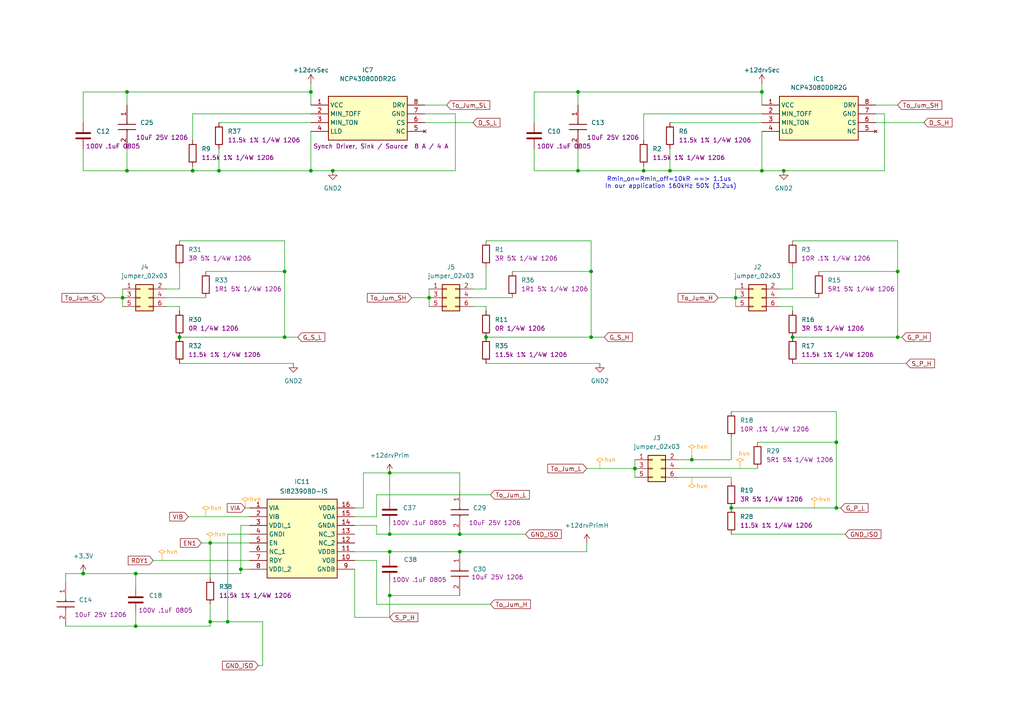
<source format=kicad_sch>
(kicad_sch (version 20250114) (generator "eeschema") (generator_version "9.0")
  (paper "A4")
  (title_block (title "LLC 400V/48V 1200W 100kHz") (date "2025-10-14") (rev "5") (company "Abdelaziz BOUZIANI"))
  (lib_symbols
    (symbol "Connector_Generic:Conn_02x03_Odd_Even" (pin_names (offset 1.016) (hide yes))
      (property "Reference" "J" (at 1.27 5.08 0))
      (property "Value" "Conn_02x03_Odd_Even" (at 1.27 -5.08 0))
      (symbol "Conn_02x03_Odd_Even_1_1"
        (rectangle (start -1.27 3.81) (end 3.81 -3.81) (stroke (width 0.254)) (fill (type background)))
        (rectangle (start -1.27 2.667) (end 0 2.413) (stroke (width 0.1524)))
        (rectangle (start -1.27 0.127) (end 0 -0.127) (stroke (width 0.1524)))
        (rectangle (start -1.27 -2.413) (end 0 -2.667) (stroke (width 0.1524)))
        (rectangle (start 3.81 2.667) (end 2.54 2.413) (stroke (width 0.1524)))
        (rectangle (start 3.81 0.127) (end 2.54 -0.127) (stroke (width 0.1524)))
        (rectangle (start 3.81 -2.413) (end 2.54 -2.667) (stroke (width 0.1524)))
        (pin passive line (at -5.08 2.54 0) (length 3.81) (name "Pin_1") (number "1"))
        (pin passive line (at -5.08 0 0) (length 3.81) (name "Pin_3") (number "3"))
        (pin passive line (at -5.08 -2.54 0) (length 3.81) (name "Pin_5") (number "5"))
        (pin passive line (at 7.62 2.54 180) (length 3.81) (name "Pin_2") (number "2"))
        (pin passive line (at 7.62 0 180) (length 3.81) (name "Pin_4") (number "4"))
        (pin passive line (at 7.62 -2.54 180) (length 3.81) (name "Pin_6") (number "6"))
      )
    )
    (symbol "Device:C" (pin_numbers (hide yes)) (pin_names (offset 0.254))
      (property "Reference" "C" (at 0.635 2.54 0))
      (property "Value" "C" (at 0.635 -2.54 0))
      (symbol "C_0_1"
        (polyline (pts (xy -2.032 0.762) (xy 2.032 0.762)) (stroke (width 0.508)))
        (polyline (pts (xy -2.032 -0.762) (xy 2.032 -0.762)) (stroke (width 0.508)))
      )
      (symbol "C_1_1"
        (pin passive line (at 0 3.81 270) (length 2.794) (name "~") (number "1"))
        (pin passive line (at 0 -3.81 90) (length 2.794) (name "~") (number "2"))
      )
    )
    (symbol "Device:R" (pin_numbers (hide yes)) (pin_names (offset 0))
      (property "Reference" "R" (at 2.032 0 90))
      (property "Value" "R" (at 0 0 90))
      (symbol "R_0_1"
        (rectangle (start -1.016 -2.54) (end 1.016 2.54) (stroke (width 0.254)))
      )
      (symbol "R_1_1"
        (pin passive line (at 0 3.81 270) (length 1.27) (name "~") (number "1"))
        (pin passive line (at 0 -3.81 90) (length 1.27) (name "~") (number "2"))
      )
    )
    (symbol "GRM31CR71E106KA12K:GRM31CR71E106KA12K" (pin_names (hide yes))
      (property "Reference" "C" (at 8.89 6.35 0))
      (property "Value" "GRM31CR71E106KA12K" (at 8.89 3.81 0))
      (symbol "GRM31CR71E106KA12K_1_1"
        (polyline (pts (xy 5.08 0) (xy 5.588 0)) (stroke (width 0.254)))
        (polyline (pts (xy 5.588 2.54) (xy 5.588 -2.54)) (stroke (width 0.254)))
        (polyline (pts (xy 7.112 2.54) (xy 7.112 -2.54)) (stroke (width 0.254)))
        (polyline (pts (xy 7.112 0) (xy 7.62 0)) (stroke (width 0.254)))
        (pin passive line (at 0 0 0) (length 5.08) (name "1") (number "1"))
        (pin passive line (at 12.7 0 180) (length 5.08) (name "2") (number "2"))
      )
    )
    (symbol "NCP43080ADR2G:NCP43080ADR2G"
      (property "Reference" "IC" (at 29.21 7.62 0))
      (property "Value" "NCP43080ADR2G" (at 29.21 5.08 0))
      (symbol "NCP43080ADR2G_1_1"
        (rectangle (start 5.08 2.54) (end 27.94 -10.16) (stroke (width 0.254)) (fill (type background)))
        (pin passive line (at 0 0 0) (length 5.08) (name "VCC") (number "1"))
        (pin passive line (at 0 -2.54 0) (length 5.08) (name "MIN_TOFF") (number "2"))
        (pin passive line (at 0 -5.08 0) (length 5.08) (name "MIN_TON") (number "3"))
        (pin passive line (at 0 -7.62 0) (length 5.08) (name "LLD") (number "4"))
        (pin passive line (at 33.02 0 180) (length 5.08) (name "DRV") (number "8"))
        (pin passive line (at 33.02 -2.54 180) (length 5.08) (name "GND") (number "7"))
        (pin passive line (at 33.02 -5.08 180) (length 5.08) (name "CS") (number "6"))
        (pin no_connect line (at 33.02 -7.62 180) (length 5.08) (name "NC") (number "5"))
      )
    )
    (symbol "SI82390BD-IS:SI82390BD-IS"
      (property "Reference" "IC" (at 26.67 7.62 0))
      (property "Value" "SI82390BD-IS" (at 26.67 5.08 0))
      (symbol "SI82390BD-IS_1_1"
        (rectangle (start 5.08 2.54) (end 25.4 -20.32) (stroke (width 0.254)) (fill (type background)))
        (pin passive line (at 0 0 0) (length 5.08) (name "VIA") (number "1"))
        (pin passive line (at 0 -2.54 0) (length 5.08) (name "VIB") (number "2"))
        (pin passive line (at 0 -5.08 0) (length 5.08) (name "VDDI_1") (number "3"))
        (pin passive line (at 0 -7.62 0) (length 5.08) (name "GNDI") (number "4"))
        (pin passive line (at 0 -10.16 0) (length 5.08) (name "EN") (number "5"))
        (pin passive line (at 0 -12.7 0) (length 5.08) (name "NC_1") (number "6"))
        (pin passive line (at 0 -15.24 0) (length 5.08) (name "RDY") (number "7"))
        (pin passive line (at 0 -17.78 0) (length 5.08) (name "VDDI_2") (number "8"))
        (pin passive line (at 30.48 0 180) (length 5.08) (name "VDDA") (number "16"))
        (pin passive line (at 30.48 -2.54 180) (length 5.08) (name "VOA") (number "15"))
        (pin passive line (at 30.48 -5.08 180) (length 5.08) (name "GNDA") (number "14"))
        (pin passive line (at 30.48 -7.62 180) (length 5.08) (name "NC_3") (number "13"))
        (pin passive line (at 30.48 -10.16 180) (length 5.08) (name "NC_2") (number "12"))
        (pin passive line (at 30.48 -12.7 180) (length 5.08) (name "VDDB") (number "11"))
        (pin passive line (at 30.48 -15.24 180) (length 5.08) (name "VOB") (number "10"))
        (pin passive line (at 30.48 -17.78 180) (length 5.08) (name "GNDB") (number "9"))
      )
    )
    (symbol "power:+12V" (power) (pin_numbers (hide yes)) (pin_names (offset 0) (hide yes))
      (property "Value" "+12V" (at 0 3.556 0))
      (symbol "+12V_0_1"
        (polyline (pts (xy -0.762 1.27) (xy 0 2.54)))
        (polyline (pts (xy 0 2.54) (xy 0.762 1.27)))
        (polyline (pts (xy 0 0) (xy 0 2.54)))
      )
      (symbol "+12V_1_1"
        (pin power_in line (at 0 0 90) (length 0) (name "~") (number "1"))
      )
    )
    (symbol "power:+5V" (power) (pin_numbers (hide yes)) (pin_names (offset 0) (hide yes))
      (property "Value" "+5V" (at 0 3.556 0))
      (symbol "+5V_0_1"
        (polyline (pts (xy -0.762 1.27) (xy 0 2.54)))
        (polyline (pts (xy 0 2.54) (xy 0.762 1.27)))
        (polyline (pts (xy 0 0) (xy 0 2.54)))
      )
      (symbol "+5V_1_1"
        (pin power_in line (at 0 0 90) (length 0) (name "~") (number "1"))
      )
    )
    (symbol "power:GND2" (power) (pin_numbers (hide yes)) (pin_names (offset 0) (hide yes))
      (property "Value" "GND2" (at 0 -3.81 0))
      (symbol "GND2_0_1"
        (polyline (pts (xy 0 0) (xy 0 -1.27) (xy 1.27 -1.27) (xy 0 -2.54) (xy -1.27 -1.27) (xy 0 -1.27)))
      )
      (symbol "GND2_1_1"
        (pin power_in line (at 0 0 270) (length 0) (name "~") (number "1"))
      )
    )
  )
  (text "Rmin_on=Rmin_off=10kR ==> 1.1us \nIn our application 160kHz 50% (3.2us)" (at 194.564 53.086 0) (effects (font (size 1.27 1.27))))
  (junction (at 140.97 97.79))
  (junction (at 39.37 181.61))
  (junction (at 66.04 180.34))
  (junction (at 220.98 26.67))
  (junction (at 35.56 86.36))
  (junction (at 82.55 78.74))
  (junction (at 52.07 97.79))
  (junction (at 113.03 172.72))
  (junction (at 36.83 26.67))
  (junction (at 39.37 166.37))
  (junction (at 242.57 128.27))
  (junction (at 69.85 165.1))
  (junction (at 82.55 97.79))
  (junction (at 260.35 97.79))
  (junction (at 200.66 133.35))
  (junction (at 133.35 160.02))
  (junction (at 186.69 49.53))
  (junction (at 133.35 154.94))
  (junction (at 24.13 166.37))
  (junction (at 184.15 135.89))
  (junction (at 60.96 180.34))
  (junction (at 63.5 49.53))
  (junction (at 220.98 49.53))
  (junction (at 90.17 49.53))
  (junction (at 260.35 78.74))
  (junction (at 55.88 49.53))
  (junction (at 96.52 49.53))
  (junction (at 194.31 49.53))
  (junction (at 36.83 49.53))
  (junction (at 167.64 49.53))
  (junction (at 90.17 26.67))
  (junction (at 213.36 86.36))
  (junction (at 171.45 97.79))
  (junction (at 113.03 137.16))
  (junction (at 124.46 86.36))
  (junction (at 113.03 160.02))
  (junction (at 227.33 49.53))
  (junction (at 171.45 78.74))
  (junction (at 113.03 154.94))
  (junction (at 167.64 26.67))
  (junction (at 60.96 157.48))
  (junction (at 229.87 97.79))
  (junction (at 242.57 147.32))
  (junction (at 212.09 147.32))
  (wire (pts (xy 229.87 83.82) (xy 226.06 83.82)))
  (wire (pts (xy 123.19 33.02) (xy 132.08 33.02)))
  (wire (pts (xy 154.94 26.67) (xy 154.94 35.56)))
  (wire (pts (xy 237.49 78.74) (xy 260.35 78.74)))
  (wire (pts (xy 213.36 83.82) (xy 213.36 86.36)))
  (wire (pts (xy 220.98 26.67) (xy 220.98 30.48)))
  (wire (pts (xy 113.03 137.16) (xy 113.03 144.78)))
  (wire (pts (xy 109.22 175.26) (xy 109.22 162.56)))
  (wire (pts (xy 200.66 132.08) (xy 200.66 133.35)))
  (wire (pts (xy 254 35.56) (xy 267.97 35.56)))
  (wire (pts (xy 137.16 88.9) (xy 140.97 88.9)))
  (wire (pts (xy 227.33 49.53) (xy 256.54 49.53)))
  (wire (pts (xy 39.37 181.61) (xy 39.37 177.8)))
  (wire (pts (xy 196.85 138.43) (xy 212.09 138.43)))
  (wire (pts (xy 63.5 49.53) (xy 90.17 49.53)))
  (wire (pts (xy 229.87 77.47) (xy 229.87 83.82)))
  (wire (pts (xy 109.22 143.51) (xy 142.24 143.51)))
  (wire (pts (xy 140.97 77.47) (xy 140.97 83.82)))
  (wire (pts (xy 52.07 105.41) (xy 85.09 105.41)))
  (wire (pts (xy 60.96 157.48) (xy 60.96 167.64)))
  (wire (pts (xy 52.07 97.79) (xy 82.55 97.79)))
  (wire (pts (xy 140.97 97.79) (xy 171.45 97.79)))
  (wire (pts (xy 113.03 179.07) (xy 113.03 172.72)))
  (wire (pts (xy 184.15 135.89) (xy 184.15 138.43)))
  (wire (pts (xy 167.64 43.18) (xy 167.64 49.53)))
  (wire (pts (xy 154.94 26.67) (xy 167.64 26.67)))
  (wire (pts (xy 140.97 105.41) (xy 173.99 105.41)))
  (wire (pts (xy 72.39 152.4) (xy 69.85 152.4)))
  (wire (pts (xy 24.13 26.67) (xy 36.83 26.67)))
  (wire (pts (xy 109.22 149.86) (xy 109.22 143.51)))
  (wire (pts (xy 96.52 49.53) (xy 132.08 49.53)))
  (wire (pts (xy 154.94 49.53) (xy 167.64 49.53)))
  (wire (pts (xy 113.03 168.91) (xy 113.03 172.72)))
  (wire (pts (xy 39.37 170.18) (xy 39.37 166.37)))
  (wire (pts (xy 90.17 26.67) (xy 90.17 30.48)))
  (wire (pts (xy 167.64 26.67) (xy 220.98 26.67)))
  (wire (pts (xy 102.87 160.02) (xy 113.03 160.02)))
  (wire (pts (xy 63.5 35.56) (xy 90.17 35.56)))
  (wire (pts (xy 44.45 162.56) (xy 72.39 162.56)))
  (wire (pts (xy 90.17 24.13) (xy 90.17 26.67)))
  (wire (pts (xy 69.85 166.37) (xy 69.85 165.1)))
  (wire (pts (xy 260.35 78.74) (xy 260.35 97.79)))
  (wire (pts (xy 60.96 180.34) (xy 66.04 180.34)))
  (wire (pts (xy 102.87 162.56) (xy 109.22 162.56)))
  (wire (pts (xy 52.07 77.47) (xy 52.07 83.82)))
  (wire (pts (xy 171.45 69.85) (xy 171.45 78.74)))
  (wire (pts (xy 19.05 166.37) (xy 24.13 166.37)))
  (wire (pts (xy 212.09 147.32) (xy 242.57 147.32)))
  (wire (pts (xy 30.48 86.36) (xy 35.56 86.36)))
  (wire (pts (xy 96.52 49.53) (xy 90.17 49.53)))
  (wire (pts (xy 113.03 154.94) (xy 133.35 154.94)))
  (wire (pts (xy 55.88 49.53) (xy 63.5 49.53)))
  (wire (pts (xy 69.85 165.1) (xy 72.39 165.1)))
  (wire (pts (xy 60.96 180.34) (xy 60.96 175.26)))
  (wire (pts (xy 229.87 90.17) (xy 229.87 88.9)))
  (wire (pts (xy 140.97 83.82) (xy 137.16 83.82)))
  (wire (pts (xy 24.13 166.37) (xy 39.37 166.37)))
  (wire (pts (xy 213.36 86.36) (xy 213.36 88.9)))
  (wire (pts (xy 229.87 97.79) (xy 260.35 97.79)))
  (wire (pts (xy 36.83 49.53) (xy 55.88 49.53)))
  (wire (pts (xy 154.94 43.18) (xy 154.94 49.53)))
  (wire (pts (xy 133.35 154.94) (xy 152.4 154.94)))
  (wire (pts (xy 212.09 127) (xy 212.09 133.35)))
  (wire (pts (xy 105.41 137.16) (xy 105.41 147.32)))
  (wire (pts (xy 170.18 135.89) (xy 184.15 135.89)))
  (wire (pts (xy 167.64 26.67) (xy 167.64 30.48)))
  (wire (pts (xy 36.83 26.67) (xy 90.17 26.67)))
  (wire (pts (xy 55.88 40.64) (xy 55.88 33.02)))
  (wire (pts (xy 105.41 137.16) (xy 113.03 137.16)))
  (wire (pts (xy 82.55 69.85) (xy 82.55 78.74)))
  (wire (pts (xy 113.03 152.4) (xy 113.03 154.94)))
  (wire (pts (xy 66.04 180.34) (xy 76.2 180.34)))
  (wire (pts (xy 74.93 193.04) (xy 76.2 193.04)))
  (wire (pts (xy 71.12 147.32) (xy 72.39 147.32)))
  (wire (pts (xy 59.69 78.74) (xy 82.55 78.74)))
  (wire (pts (xy 229.87 105.41) (xy 262.89 105.41)))
  (wire (pts (xy 212.09 154.94) (xy 245.11 154.94)))
  (wire (pts (xy 54.61 149.86) (xy 72.39 149.86)))
  (wire (pts (xy 229.87 69.85) (xy 260.35 69.85)))
  (wire (pts (xy 52.07 69.85) (xy 82.55 69.85)))
  (wire (pts (xy 226.06 88.9) (xy 229.87 88.9)))
  (wire (pts (xy 55.88 48.26) (xy 55.88 49.53)))
  (wire (pts (xy 200.66 133.35) (xy 212.09 133.35)))
  (wire (pts (xy 171.45 97.79) (xy 175.26 97.79)))
  (wire (pts (xy 66.04 154.94) (xy 72.39 154.94)))
  (wire (pts (xy 260.35 97.79) (xy 261.62 97.79)))
  (wire (pts (xy 124.46 83.82) (xy 124.46 86.36)))
  (wire (pts (xy 52.07 90.17) (xy 52.07 88.9)))
  (wire (pts (xy 242.57 147.32) (xy 243.84 147.32)))
  (wire (pts (xy 184.15 133.35) (xy 184.15 135.89)))
  (wire (pts (xy 52.07 83.82) (xy 48.26 83.82)))
  (wire (pts (xy 36.83 26.67) (xy 36.83 30.48)))
  (wire (pts (xy 113.03 160.02) (xy 113.03 161.29)))
  (wire (pts (xy 119.38 86.36) (xy 124.46 86.36)))
  (wire (pts (xy 137.16 86.36) (xy 148.59 86.36)))
  (wire (pts (xy 140.97 69.85) (xy 171.45 69.85)))
  (wire (pts (xy 82.55 97.79) (xy 86.36 97.79)))
  (wire (pts (xy 254 30.48) (xy 260.35 30.48)))
  (wire (pts (xy 19.05 168.91) (xy 19.05 166.37)))
  (wire (pts (xy 171.45 78.74) (xy 171.45 97.79)))
  (wire (pts (xy 186.69 33.02) (xy 220.98 33.02)))
  (wire (pts (xy 123.19 35.56) (xy 137.16 35.56)))
  (wire (pts (xy 194.31 35.56) (xy 220.98 35.56)))
  (wire (pts (xy 35.56 83.82) (xy 35.56 86.36)))
  (wire (pts (xy 167.64 49.53) (xy 186.69 49.53)))
  (wire (pts (xy 24.13 26.67) (xy 24.13 35.56)))
  (wire (pts (xy 76.2 193.04) (xy 76.2 180.34)))
  (wire (pts (xy 194.31 43.18) (xy 194.31 49.53)))
  (wire (pts (xy 113.03 172.72) (xy 133.35 172.72)))
  (wire (pts (xy 55.88 33.02) (xy 90.17 33.02)))
  (wire (pts (xy 132.08 33.02) (xy 132.08 49.53)))
  (wire (pts (xy 113.03 160.02) (xy 133.35 160.02)))
  (wire (pts (xy 109.22 152.4) (xy 109.22 154.94)))
  (wire (pts (xy 19.05 181.61) (xy 39.37 181.61)))
  (wire (pts (xy 109.22 152.4) (xy 102.87 152.4)))
  (wire (pts (xy 220.98 38.1) (xy 220.98 49.53)))
  (wire (pts (xy 39.37 166.37) (xy 69.85 166.37)))
  (wire (pts (xy 60.96 181.61) (xy 60.96 180.34)))
  (wire (pts (xy 220.98 24.13) (xy 220.98 26.67)))
  (wire (pts (xy 39.37 181.61) (xy 60.96 181.61)))
  (wire (pts (xy 35.56 86.36) (xy 35.56 88.9)))
  (wire (pts (xy 242.57 128.27) (xy 242.57 147.32)))
  (wire (pts (xy 48.26 88.9) (xy 52.07 88.9)))
  (wire (pts (xy 256.54 33.02) (xy 256.54 49.53)))
  (wire (pts (xy 212.09 119.38) (xy 242.57 119.38)))
  (wire (pts (xy 200.66 133.35) (xy 196.85 133.35)))
  (wire (pts (xy 227.33 49.53) (xy 220.98 49.53)))
  (wire (pts (xy 194.31 49.53) (xy 220.98 49.53)))
  (wire (pts (xy 102.87 165.1) (xy 102.87 179.07)))
  (wire (pts (xy 109.22 175.26) (xy 142.24 175.26)))
  (wire (pts (xy 186.69 49.53) (xy 194.31 49.53)))
  (wire (pts (xy 186.69 40.64) (xy 186.69 33.02)))
  (wire (pts (xy 66.04 154.94) (xy 66.04 180.34)))
  (wire (pts (xy 133.35 137.16) (xy 133.35 142.24)))
  (wire (pts (xy 242.57 119.38) (xy 242.57 128.27)))
  (wire (pts (xy 208.28 86.36) (xy 213.36 86.36)))
  (wire (pts (xy 102.87 149.86) (xy 109.22 149.86)))
  (wire (pts (xy 140.97 90.17) (xy 140.97 88.9)))
  (wire (pts (xy 212.09 138.43) (xy 212.09 139.7)))
  (wire (pts (xy 186.69 48.26) (xy 186.69 49.53)))
  (wire (pts (xy 254 33.02) (xy 256.54 33.02)))
  (wire (pts (xy 260.35 69.85) (xy 260.35 78.74)))
  (wire (pts (xy 133.35 160.02) (xy 170.18 160.02)))
  (wire (pts (xy 226.06 86.36) (xy 237.49 86.36)))
  (wire (pts (xy 24.13 43.18) (xy 24.13 49.53)))
  (wire (pts (xy 219.71 128.27) (xy 242.57 128.27)))
  (wire (pts (xy 170.18 160.02) (xy 170.18 157.48)))
  (wire (pts (xy 58.42 157.48) (xy 60.96 157.48)))
  (wire (pts (xy 109.22 154.94) (xy 113.03 154.94)))
  (wire (pts (xy 102.87 179.07) (xy 113.03 179.07)))
  (wire (pts (xy 113.03 137.16) (xy 133.35 137.16)))
  (wire (pts (xy 82.55 78.74) (xy 82.55 97.79)))
  (wire (pts (xy 48.26 86.36) (xy 59.69 86.36)))
  (wire (pts (xy 24.13 49.53) (xy 36.83 49.53)))
  (wire (pts (xy 60.96 157.48) (xy 72.39 157.48)))
  (wire (pts (xy 63.5 43.18) (xy 63.5 49.53)))
  (wire (pts (xy 90.17 38.1) (xy 90.17 49.53)))
  (wire (pts (xy 102.87 147.32) (xy 105.41 147.32)))
  (wire (pts (xy 148.59 78.74) (xy 171.45 78.74)))
  (wire (pts (xy 123.19 30.48) (xy 129.54 30.48)))
  (wire (pts (xy 36.83 43.18) (xy 36.83 49.53)))
  (wire (pts (xy 196.85 135.89) (xy 219.71 135.89)))
  (wire (pts (xy 69.85 152.4) (xy 69.85 165.1)))
  (wire (pts (xy 124.46 86.36) (xy 124.46 88.9)))
  (global_label "To_Jum_H" (shape input) (at 142.24 175.26 0) (property "Intersheetrefs" "${INTERSHEET_REFS}" (effects (hide yes))))
  (global_label "To_Jum_SL" (shape input) (at 30.48 86.36 180) (property "Intersheetrefs" "${INTERSHEET_REFS}" (effects (hide yes))))
  (global_label "To_Jum_SH" (shape input) (at 260.35 30.48 0) (property "Intersheetrefs" "${INTERSHEET_REFS}" (effects (hide yes))))
  (global_label "G_S_L" (shape input) (at 86.36 97.79 0) (property "Intersheetrefs" "${INTERSHEET_REFS}" (effects (hide yes))))
  (global_label "To_Jum_SL" (shape input) (at 129.54 30.48 0) (property "Intersheetrefs" "${INTERSHEET_REFS}" (effects (hide yes))))
  (global_label "S_P_H" (shape input) (at 113.03 179.07 0) (property "Intersheetrefs" "${INTERSHEET_REFS}" (effects (hide yes))))
  (global_label "D_S_L" (shape input) (at 137.16 35.56 0) (property "Intersheetrefs" "${INTERSHEET_REFS}" (effects (hide yes))))
  (global_label "G_P_L" (shape input) (at 243.84 147.32 0) (property "Intersheetrefs" "${INTERSHEET_REFS}" (effects (hide yes))))
  (global_label "RDY1" (shape input) (at 44.45 162.56 180) (property "Intersheetrefs" "${INTERSHEET_REFS}" (effects (hide yes))))
  (global_label "S_P_H" (shape input) (at 262.89 105.41 0) (property "Intersheetrefs" "${INTERSHEET_REFS}" (effects (hide yes))))
  (global_label "G_P_H" (shape input) (at 261.62 97.79 0) (property "Intersheetrefs" "${INTERSHEET_REFS}" (effects (hide yes))))
  (global_label "G_S_H" (shape input) (at 175.26 97.79 0) (property "Intersheetrefs" "${INTERSHEET_REFS}" (effects (hide yes))))
  (global_label "To_Jum_H" (shape input) (at 208.28 86.36 180) (property "Intersheetrefs" "${INTERSHEET_REFS}" (effects (hide yes))))
  (global_label "To_Jum_L" (shape input) (at 170.18 135.89 180) (property "Intersheetrefs" "${INTERSHEET_REFS}" (effects (hide yes))))
  (global_label "GND_ISO" (shape input) (at 152.4 154.94 0) (property "Intersheetrefs" "${INTERSHEET_REFS}" (effects (hide yes))))
  (global_label "D_S_H" (shape input) (at 267.97 35.56 0) (property "Intersheetrefs" "${INTERSHEET_REFS}" (effects (hide yes))))
  (global_label "To_Jum_SH" (shape input) (at 119.38 86.36 180) (property "Intersheetrefs" "${INTERSHEET_REFS}" (effects (hide yes))))
  (global_label "VIB" (shape input) (at 54.61 149.86 180) (property "Intersheetrefs" "${INTERSHEET_REFS}" (effects (hide yes))))
  (global_label "GND_ISO" (shape input) (at 74.93 193.04 180) (property "Intersheetrefs" "${INTERSHEET_REFS}" (effects (hide yes))))
  (global_label "VIA" (shape input) (at 71.12 147.32 180) (property "Intersheetrefs" "${INTERSHEET_REFS}" (effects (hide yes))))
  (global_label "EN1" (shape input) (at 58.42 157.48 180) (property "Intersheetrefs" "${INTERSHEET_REFS}" (effects (hide yes))))
  (global_label "GND_ISO" (shape input) (at 245.11 154.94 0) (property "Intersheetrefs" "${INTERSHEET_REFS}" (effects (hide yes))))
  (global_label "To_Jum_L" (shape input) (at 142.24 143.51 0) (property "Intersheetrefs" "${INTERSHEET_REFS}" (effects (hide yes))))
  (netclass_flag "" (length 2.54) (shape diamond) (at 214.63 135.89 0) (property "Netclass" "hvn" (at 214.122 131.572 0) (effects (justify left))))
  (netclass_flag "" (length 2.54) (shape diamond) (at 200.66 138.43 180) (property "Netclass" "hvn" (at 201.8665 140.97 0) (effects (justify left))))
  (netclass_flag "" (length 2.54) (shape diamond) (at 200.66 132.08 0) (property "Netclass" "hvn" (at 201.8665 129.54 0) (effects (justify left))))
  (netclass_flag "" (length 2.54) (shape diamond) (at 46.99 162.56 0) (property "Netclass" "hvn" (at 48.1965 160.02 0) (effects (justify left))))
  (netclass_flag "" (length 2.54) (shape diamond) (at 71.12 147.32 0) (property "Netclass" "hvn" (at 72.3265 144.78 0) (effects (justify left))))
  (netclass_flag "" (length 2.54) (shape diamond) (at 60.96 157.48 0) (property "Netclass" "hvn" (at 62.1665 154.94 0) (effects (justify left))))
  (netclass_flag "" (length 2.54) (shape diamond) (at 236.22 147.32 0) (property "Netclass" "hvn" (at 237.4265 144.78 0) (effects (justify left))))
  (netclass_flag "" (length 2.54) (shape diamond) (at 59.69 149.86 0) (property "Netclass" "hvn" (at 60.8965 147.32 0) (effects (justify left))))
  (netclass_flag "" (length 2.54) (shape diamond) (at 173.99 135.89 0) (property "Netclass" "hvn" (at 175.1965 133.35 0) (effects (justify left))))
  (symbol (lib_id "Device:R") (at 229.87 93.98 0) (unit 1)
    (property "Reference" "R16" (at 232.41 92.7099 0) (effects (justify left)))
    (property "Value" "KTR18EZPJ3R0" (effects (hide yes)))
    (property "Footprint" "Resistor_SMD:R_1206_3216Metric" (effects (hide yes)))
    (property "Datasheet" "https://fscdn.rohm.com/en/products/databook/datasheet/passive/resistor/chip_resistor/ktr-e.pdf" (effects (hide yes)))
    (property "Description" "3R 5% 1/4W 1206" (at 232.41 95.2499 0) (effects (justify left)))
    (property "Mouser Part Number" "755-KTR18EZPJ3R0" (effects (hide yes)))
    (property "Manufacturer_Name  " "ROHM Semiconductor" (effects (hide yes)))
    (property "Manufacturer_Part_Number " "KTR18EZPJ3R0" (effects (hide yes)))
  )
  (symbol (lib_id "Device:R") (at 52.07 93.98 0) (unit 1)
    (property "Reference" "R30" (at 54.61 92.7099 0) (effects (justify left)))
    (property "Value" "CRCW12060000Z0EAC" (effects (hide yes)))
    (property "Footprint" "Resistor_SMD:R_1206_3216Metric" (effects (hide yes)))
    (property "Datasheet" "https://www.vishay.com/docs/28773/crcwce3.pdf" (effects (hide yes)))
    (property "Description" "0R 1/4W 1206" (at 54.61 95.2499 0) (effects (justify left)))
    (property "Mouser Part Number" "71-CRCW12060000Z0EAC" (effects (hide yes)))
    (property "Manufacturer_Name  " "Vishay" (effects (hide yes)))
    (property "Manufacturer_Part_Number " "CRCW12060000Z0EAC" (effects (hide yes)))
  )
  (symbol (lib_id "Device:R") (at 237.49 82.55 0) (unit 1)
    (property "Reference" "R15" (at 240.03 81.2799 0) (effects (justify left)))
    (property "Value" "M251206BB5108JP500" (effects (hide yes)))
    (property "Footprint" "Resistor_SMD:R_1206_3216Metric" (effects (hide yes)))
    (property "Datasheet" "https://www.vishay.com/doc?20031" (effects (hide yes)))
    (property "Description" "5R1 5% 1/4W 1206" (at 240.03 83.8199 0) (effects (justify left)))
    (property "Mouser Part Number" "71-M251206BB5108JP50" (effects (hide yes)))
    (property "Manufacturer_Name  " "Vishay / Dale" (effects (hide yes)))
    (property "Manufacturer_Part_Number " "M251206BB5108JP500" (effects (hide yes)))
  )
  (symbol (lib_id "Device:R") (at 212.09 143.51 0) (unit 1)
    (property "Reference" "R19" (at 214.63 142.2399 0) (effects (justify left)))
    (property "Value" "KTR18EZPJ3R0" (effects (hide yes)))
    (property "Footprint" "Resistor_SMD:R_1206_3216Metric" (effects (hide yes)))
    (property "Datasheet" "https://fscdn.rohm.com/en/products/databook/datasheet/passive/resistor/chip_resistor/ktr-e.pdf" (effects (hide yes)))
    (property "Description" "3R 5% 1/4W 1206" (at 214.63 144.7799 0) (effects (justify left)))
    (property "Mouser Part Number" "755-KTR18EZPJ3R0" (effects (hide yes)))
    (property "Manufacturer_Name  " "ROHM Semiconductor" (effects (hide yes)))
    (property "Manufacturer_Part_Number " "KTR18EZPJ3R0" (effects (hide yes)))
  )
  (symbol (lib_id "GRM31CR71E106KA12K:GRM31CR71E106KA12K") (at 133.35 142.24 270) (unit 1)
    (property "Reference" "C29" (at 137.16 147.3199 90) (effects (justify left)))
    (property "Value" "GRM31CR71E106KA12K" (effects (hide yes)))
    (property "Footprint" "GRM31CR71E106KA12K:GRM31x" (effects (hide yes)))
    (property "Datasheet" "https://search.murata.co.jp/Ceramy/image/img/A01X/G101/ENG/GRM31CR71E106KA12-01CA.pdf" (effects (hide yes)))
    (property "Description" "10uF 25V 1206" (at 143.51 151.638 90))
    (property "Height" "1.25" (effects (hide yes)))
    (property "Mouser Part Number" "81-GRM31CR71E106KA2K" (effects (hide yes)))
    (property "Mouser Price/Stock" "https://www.mouser.co.uk/ProductDetail/Murata-Electronics/GRM31CR71E106KA12K?qs=raY79WRVTyM6xGVExNjdaw%3D%3D" (effects (hide yes)))
    (property "Manufacturer_Name" "Murata Electronics" (effects (hide yes)))
    (property "Manufacturer_Part_Number" "GRM31CR71E106KA12K" (effects (hide yes)))
  )
  (symbol (lib_id "Device:R") (at 148.59 82.55 0) (unit 1)
    (property "Reference" "R36" (at 151.13 81.2799 0) (effects (justify left)))
    (property "Value" "RC1206JR-071R1L" (effects (hide yes)))
    (property "Footprint" "Resistor_SMD:R_1206_3216Metric" (effects (hide yes)))
    (property "Datasheet" "https://www.mouser.fr/datasheet/3/508/1/PYu-RC_Group_51_RoHS_L_12.pdf" (effects (hide yes)))
    (property "Description" "1R1 5% 1/4W 1206" (at 151.13 83.8199 0) (effects (justify left)))
    (property "Mouser Part Number" "603-RC1206JR-071R1L" (effects (hide yes)))
    (property "Manufacturer_Name  " "YAGEO" (effects (hide yes)))
    (property "Manufacturer_Part_Number " "RC1206JR-071R1L" (effects (hide yes)))
  )
  (symbol (lib_id "Device:C") (at 154.94 39.37 0) (unit 1)
    (property "Reference" "C10" (at 158.75 38.0999 0) (effects (justify left)))
    (property "Value" "SH21B104K101CT" (effects (hide yes)))
    (property "Footprint" "Capacitor_SMD:C_0805_2012Metric" (effects (hide yes)))
    (property "Datasheet" "https://www.mouser.fr/datasheet/3/317/1/WTC_MLCC_Soft_term_SH.pdf" (effects (hide yes)))
    (property "Description" "100V .1uF 0805" (at 163.576 42.418 0))
    (property "Manufacturer_Name" "Walsin" (effects (hide yes)))
    (property "Manufacturer_Part_Number " "SH21B104K101CT" (effects (hide yes)))
    (property "Mouser Part Number" "791-SH21B104K101CT" (effects (hide yes)))
  )
  (symbol (lib_id "Device:R") (at 140.97 101.6 0) (unit 1)
    (property "Reference" "R35" (at 143.51 100.3299 0) (effects (justify left)))
    (property "Value" "RC1206FR-0711K5L" (effects (hide yes)))
    (property "Footprint" "Resistor_SMD:R_1206_3216Metric" (effects (hide yes)))
    (property "Datasheet" "www.mouser.com/catalog/specsheets/YAGEO_PYu_RC_Group_51_RoHS_L_12.pdf" (effects (hide yes)))
    (property "Description" "11.5k 1% 1/4W 1206" (at 143.51 102.8699 0) (effects (justify left)))
    (property "Mouser Part Number" "603-RC1206FR-0711K5L" (effects (hide yes)))
    (property "Manufacturer_Name  " "YAGEO" (effects (hide yes)))
    (property "Manufacturer_Part_Number " "RC1206FR-0711K5L" (effects (hide yes)))
  )
  (symbol (lib_id "GRM31CR71E106KA12K:GRM31CR71E106KA12K") (at 133.35 160.02 270) (unit 1)
    (property "Reference" "C30" (at 137.16 165.0999 90) (effects (justify left)))
    (property "Value" "GRM31CR71E106KA12K" (effects (hide yes)))
    (property "Footprint" "GRM31CR71E106KA12K:GRM31x" (effects (hide yes)))
    (property "Datasheet" "https://search.murata.co.jp/Ceramy/image/img/A01X/G101/ENG/GRM31CR71E106KA12-01CA.pdf" (effects (hide yes)))
    (property "Description" "10uF 25V 1206" (at 144.272 167.386 90))
    (property "Height" "1.25" (effects (hide yes)))
    (property "Mouser Part Number" "81-GRM31CR71E106KA2K" (effects (hide yes)))
    (property "Mouser Price/Stock" "https://www.mouser.co.uk/ProductDetail/Murata-Electronics/GRM31CR71E106KA12K?qs=raY79WRVTyM6xGVExNjdaw%3D%3D" (effects (hide yes)))
    (property "Manufacturer_Name" "Murata Electronics" (effects (hide yes)))
    (property "Manufacturer_Part_Number" "GRM31CR71E106KA12K" (effects (hide yes)))
  )
  (symbol (lib_id "Device:R") (at 229.87 101.6 0) (unit 1)
    (property "Reference" "R17" (at 232.41 100.3299 0) (effects (justify left)))
    (property "Value" "RC1206FR-0711K5L" (effects (hide yes)))
    (property "Footprint" "Resistor_SMD:R_1206_3216Metric" (effects (hide yes)))
    (property "Datasheet" "www.mouser.com/catalog/specsheets/YAGEO_PYu_RC_Group_51_RoHS_L_12.pdf" (effects (hide yes)))
    (property "Description" "11.5k 1% 1/4W 1206" (at 232.41 102.8699 0) (effects (justify left)))
    (property "Mouser Part Number" "603-RC1206FR-0711K5L" (effects (hide yes)))
    (property "Manufacturer_Name  " "YAGEO" (effects (hide yes)))
    (property "Manufacturer_Part_Number " "RC1206FR-0711K5L" (effects (hide yes)))
  )
  (symbol (lib_id "power:+12V") (at 220.98 24.13 0) (unit 1)
    (property "Reference" "#PWR011" (effects (hide yes)))
    (property "Value" "+12drvSec" (at 220.98 20.32 0))
    (property "Description" "Power symbol creates a global label with name \"+12V\"" (effects (hide yes)))
  )
  (symbol (lib_id "Device:R") (at 212.09 123.19 0) (unit 1)
    (property "Reference" "R18" (at 214.63 121.9199 0) (effects (justify left)))
    (property "Value" "RNCE1206BTE10R0" (effects (hide yes)))
    (property "Footprint" "Resistor_SMD:R_1206_3216Metric" (effects (hide yes)))
    (property "Datasheet" "https://www.mouser.fr/datasheet/3/1099/1/SEI-RNCE.pdf" (effects (hide yes)))
    (property "Description" "10R .1% 1/4W 1206" (at 214.63 124.4599 0) (effects (justify left)))
    (property "Mouser Part Number" "708-RNCE1206BTE10R0" (effects (hide yes)))
    (property "Manufacturer_Name  " "SEI Stackpole" (effects (hide yes)))
    (property "Manufacturer_Part_Number " "RNCE1206BTE10R0" (effects (hide yes)))
  )
  (symbol (lib_id "Device:R") (at 63.5 39.37 0) (unit 1)
    (property "Reference" "R37" (at 66.04 38.0999 0) (effects (justify left)))
    (property "Value" "RC1206FR-0711K5L" (effects (hide yes)))
    (property "Footprint" "Resistor_SMD:R_1206_3216Metric" (effects (hide yes)))
    (property "Datasheet" "www.mouser.com/catalog/specsheets/YAGEO_PYu_RC_Group_51_RoHS_L_12.pdf" (effects (hide yes)))
    (property "Description" "11.5k 1% 1/4W 1206" (at 66.04 40.6399 0) (effects (justify left)))
    (property "Mouser Part Number" "603-RC1206FR-0711K5L" (effects (hide yes)))
    (property "Manufacturer_Name  " "YAGEO" (effects (hide yes)))
    (property "Manufacturer_Part_Number " "RC1206FR-0711K5L" (effects (hide yes)))
  )
  (symbol (lib_id "power:+12V") (at 90.17 24.13 0) (unit 1)
    (property "Reference" "#PWR013" (effects (hide yes)))
    (property "Value" "+12drvSec" (at 90.17 20.32 0))
    (property "Description" "Power symbol creates a global label with name \"+12V\"" (effects (hide yes)))
  )
  (symbol (lib_id "GRM31CR71E106KA12K:GRM31CR71E106KA12K") (at 167.64 30.48 270) (unit 1)
    (property "Reference" "C13" (at 171.45 35.5599 90) (effects (justify left)))
    (property "Value" "GRM31CR71E106KA12K" (effects (hide yes)))
    (property "Footprint" "GRM31CR71E106KA12K:GRM31x" (effects (hide yes)))
    (property "Datasheet" "https://search.murata.co.jp/Ceramy/image/img/A01X/G101/ENG/GRM31CR71E106KA12-01CA.pdf" (effects (hide yes)))
    (property "Description" "10uF 25V 1206" (at 177.8 39.878 90))
    (property "Height" "1.25" (effects (hide yes)))
    (property "Mouser Part Number" "81-GRM31CR71E106KA2K" (effects (hide yes)))
    (property "Mouser Price/Stock" "https://www.mouser.co.uk/ProductDetail/Murata-Electronics/GRM31CR71E106KA12K?qs=raY79WRVTyM6xGVExNjdaw%3D%3D" (effects (hide yes)))
    (property "Manufacturer_Name" "Murata Electronics" (effects (hide yes)))
    (property "Manufacturer_Part_Number" "GRM31CR71E106KA12K" (effects (hide yes)))
  )
  (symbol (lib_id "Device:C") (at 39.37 173.99 0) (unit 1)
    (property "Reference" "C18" (at 43.18 172.7199 0) (effects (justify left)))
    (property "Value" "SH21B104K101CT" (effects (hide yes)))
    (property "Footprint" "Capacitor_SMD:C_0805_2012Metric" (effects (hide yes)))
    (property "Datasheet" "https://www.mouser.fr/datasheet/3/317/1/WTC_MLCC_Soft_term_SH.pdf" (effects (hide yes)))
    (property "Description" "100V .1uF 0805" (at 48.006 177.038 0))
    (property "Manufacturer_Name" "Walsin" (effects (hide yes)))
    (property "Manufacturer_Part_Number " "SH21B104K101CT" (effects (hide yes)))
    (property "Mouser Part Number" "791-SH21B104K101CT" (effects (hide yes)))
  )
  (symbol (lib_id "power:+12V") (at 113.03 137.16 0) (unit 1)
    (property "Reference" "#PWR040" (effects (hide yes)))
    (property "Value" "+12drvPrim" (at 113.03 132.08 0))
    (property "Description" "Power symbol creates a global label with name \"+12V\"" (effects (hide yes)))
  )
  (symbol (lib_id "Device:R") (at 219.71 132.08 0) (unit 1)
    (property "Reference" "R29" (at 222.25 130.8099 0) (effects (justify left)))
    (property "Value" "M251206BB5108JP500" (effects (hide yes)))
    (property "Footprint" "Resistor_SMD:R_1206_3216Metric" (effects (hide yes)))
    (property "Datasheet" "https://www.vishay.com/doc?20031" (effects (hide yes)))
    (property "Description" "5R1 5% 1/4W 1206" (at 222.25 133.3499 0) (effects (justify left)))
    (property "Mouser Part Number" "71-M251206BB5108JP50" (effects (hide yes)))
    (property "Manufacturer_Name  " "Vishay / Dale" (effects (hide yes)))
    (property "Manufacturer_Part_Number " "M251206BB5108JP500" (effects (hide yes)))
  )
  (symbol (lib_id "Device:R") (at 52.07 73.66 0) (unit 1)
    (property "Reference" "R31" (at 54.61 72.3899 0) (effects (justify left)))
    (property "Value" "KTR18EZPJ3R0" (effects (hide yes)))
    (property "Footprint" "Resistor_SMD:R_1206_3216Metric" (effects (hide yes)))
    (property "Datasheet" "https://www.rohm.com/datasheet?p=KTR18EZPJ&dist=Mouser&media=referral&source=mouser.com&campaign=Mouser" (effects (hide yes)))
    (property "Description" "3R 5% 1/4W 1206" (at 54.61 74.9299 0) (effects (justify left)))
    (property "Mouser Part Number" "755-KTR18EZPJ3R0" (effects (hide yes)))
    (property "Manufacturer_Name  " "ROHM Semiconductor" (effects (hide yes)))
    (property "Manufacturer_Part_Number " "KTR18EZPJ3R0" (effects (hide yes)))
  )
  (symbol (lib_id "NCP43080ADR2G:NCP43080ADR2G") (at 220.98 30.48 0) (unit 1)
    (property "Reference" "IC1" (at 237.49 22.86 0))
    (property "Value" "NCP43080DDR2G" (at 237.49 25.4 0))
    (property "Footprint" "Package_SO:SOIC-8_3.9x4.9mm_P1.27mm" (effects (hide yes)))
    (property "Datasheet" "https://www.onsemi.com/download/data-sheet/pdf/ncp43080-d.pdf" (effects (hide yes)))
    (property "Description" "Synch Driver, Sink / Source  8 A / 4 A" (effects (hide yes)))
    (property "Height" "1.75" (effects (hide yes)))
    (property "Mouser Part Number" "863-NCP43080DDR2G" (effects (hide yes)))
    (property "Mouser Price/Stock" "https://www.mouser.co.uk/ProductDetail/onsemi/NCP43080ADR2G?qs=4vGevBu%252B8qm6lzgD6nO%252B4g%3D%3D" (effects (hide yes)))
    (property "Manufacturer_Name" "onsemi" (effects (hide yes)))
    (property "Manufacturer_Part_Number" "NCP43080DDR2G" (effects (hide yes)))
  )
  (symbol (lib_id "power:GND2") (at 96.52 49.53 0) (unit 1)
    (property "Reference" "#PWR014" (effects (hide yes)))
    (property "Value" "GND2" (at 96.52 54.61 0))
    (property "Description" "Power symbol creates a global label with name \"GND2\" , ground" (effects (hide yes)))
  )
  (symbol (lib_id "Connector_Generic:Conn_02x03_Odd_Even") (at 218.44 86.36 0) (unit 1)
    (property "Reference" "J2" (at 219.71 77.47 0))
    (property "Value" "jumper_02x03" (at 219.71 80.01 0))
    (property "Footprint" "Connector_PinHeader_2.54mm:PinHeader_2x03_P2.54mm_Vertical_SMD" (effects (hide yes)))
    (property "Datasheet" "NA" (effects (hide yes)))
    (property "Description" "Connector_PinHeader_2.54mm,PinHeader_2x03_P2.54mm_Vertical" (effects (hide yes)))
  )
  (symbol (lib_id "Device:R") (at 229.87 73.66 0) (unit 1)
    (property "Reference" "R3" (at 232.41 72.3899 0) (effects (justify left)))
    (property "Value" "RNCE1206BTE10R0" (effects (hide yes)))
    (property "Footprint" "Resistor_SMD:R_1206_3216Metric" (effects (hide yes)))
    (property "Datasheet" "https://www.mouser.fr/datasheet/3/1099/1/SEI-RNCE.pdf" (effects (hide yes)))
    (property "Description" "10R .1% 1/4W 1206" (at 232.41 74.9299 0) (effects (justify left)))
    (property "Mouser Part Number" "708-RNCE1206BTE10R0" (effects (hide yes)))
    (property "Manufacturer_Name  " "SEI Stackpole" (effects (hide yes)))
    (property "Manufacturer_Part_Number " "RNCE1206BTE10R0" (effects (hide yes)))
  )
  (symbol (lib_id "Device:R") (at 55.88 44.45 0) (unit 1)
    (property "Reference" "R9" (at 58.42 43.1799 0) (effects (justify left)))
    (property "Value" "RC1206FR-0711K5L" (effects (hide yes)))
    (property "Footprint" "Resistor_SMD:R_1206_3216Metric" (effects (hide yes)))
    (property "Datasheet" "www.mouser.com/catalog/specsheets/YAGEO_PYu_RC_Group_51_RoHS_L_12.pdf" (effects (hide yes)))
    (property "Description" "11.5k 1% 1/4W 1206" (at 58.42 45.7199 0) (effects (justify left)))
    (property "Mouser Part Number" "603-RC1206FR-0711K5L" (effects (hide yes)))
    (property "Manufacturer_Name  " "YAGEO" (effects (hide yes)))
    (property "Manufacturer_Part_Number " "RC1206FR-0711K5L" (effects (hide yes)))
  )
  (symbol (lib_id "Device:R") (at 52.07 101.6 0) (unit 1)
    (property "Reference" "R32" (at 54.61 100.3299 0) (effects (justify left)))
    (property "Value" "RC1206FR-0711K5L" (effects (hide yes)))
    (property "Footprint" "Resistor_SMD:R_1206_3216Metric" (effects (hide yes)))
    (property "Datasheet" "www.mouser.com/catalog/specsheets/YAGEO_PYu_RC_Group_51_RoHS_L_12.pdf" (effects (hide yes)))
    (property "Description" "11.5k 1% 1/4W 1206" (at 54.61 102.8699 0) (effects (justify left)))
    (property "Mouser Part Number" "603-RC1206FR-0711K5L" (effects (hide yes)))
    (property "Manufacturer_Name  " "YAGEO" (effects (hide yes)))
    (property "Manufacturer_Part_Number " "RC1206FR-0711K5L" (effects (hide yes)))
  )
  (symbol (lib_id "Device:R") (at 186.69 44.45 0) (unit 1)
    (property "Reference" "R2" (at 189.23 43.1799 0) (effects (justify left)))
    (property "Value" "RC1206FR-0711K5L" (effects (hide yes)))
    (property "Footprint" "Resistor_SMD:R_1206_3216Metric" (effects (hide yes)))
    (property "Datasheet" "www.mouser.com/catalog/specsheets/YAGEO_PYu_RC_Group_51_RoHS_L_12.pdf" (effects (hide yes)))
    (property "Description" "11.5k 1% 1/4W 1206" (at 189.23 45.7199 0) (effects (justify left)))
    (property "Mouser Part Number" "603-RC1206FR-0711K5L" (effects (hide yes)))
    (property "Manufacturer_Name  " "YAGEO" (effects (hide yes)))
    (property "Manufacturer_Part_Number " "RC1206FR-0711K5L" (effects (hide yes)))
  )
  (symbol (lib_id "Connector_Generic:Conn_02x03_Odd_Even") (at 189.23 135.89 0) (unit 1)
    (property "Reference" "J3" (at 190.5 127 0))
    (property "Value" "jumper_02x03" (at 190.5 129.54 0))
    (property "Footprint" "Connector_PinHeader_2.54mm:PinHeader_2x03_P2.54mm_Vertical_SMD" (effects (hide yes)))
    (property "Datasheet" "NA" (effects (hide yes)))
    (property "Description" "Connector_PinHeader_2.54mm,PinHeader_2x03_P2.54mm_Vertical" (effects (hide yes)))
  )
  (symbol (lib_id "power:+5V") (at 24.13 166.37 0) (unit 1)
    (property "Reference" "#PWR034" (effects (hide yes)))
    (property "Value" "+3.3V" (at 24.13 161.29 0))
    (property "Description" "Power symbol creates a global label with name \"+5V\"" (effects (hide yes)))
  )
  (symbol (lib_id "Connector_Generic:Conn_02x03_Odd_Even") (at 129.54 86.36 0) (unit 1)
    (property "Reference" "J5" (at 130.81 77.47 0))
    (property "Value" "jumper_02x03" (at 130.81 80.01 0))
    (property "Footprint" "Connector_PinHeader_2.54mm:PinHeader_2x03_P2.54mm_Vertical_SMD" (effects (hide yes)))
    (property "Datasheet" "NA" (effects (hide yes)))
    (property "Description" "Connector_PinHeader_2.54mm,PinHeader_2x03_P2.54mm_Vertical" (effects (hide yes)))
  )
  (symbol (lib_id "power:+12V") (at 170.18 157.48 0) (unit 1)
    (property "Reference" "#PWR039" (effects (hide yes)))
    (property "Value" "+12drvPrimH" (at 170.18 152.4 0))
    (property "Description" "Power symbol creates a global label with name \"+12V\"" (effects (hide yes)))
  )
  (symbol (lib_id "Device:C") (at 113.03 165.1 0) (unit 1)
    (property "Reference" "C38" (at 117.094 162.306 0) (effects (justify left)))
    (property "Value" "SH21B104K101CT" (effects (hide yes)))
    (property "Footprint" "Capacitor_SMD:C_0805_2012Metric" (effects (hide yes)))
    (property "Datasheet" "https://www.mouser.fr/datasheet/3/317/1/WTC_MLCC_Soft_term_SH.pdf" (effects (hide yes)))
    (property "Description" "100V .1uF 0805" (at 121.666 168.148 0))
    (property "Manufacturer_Name" "Walsin" (effects (hide yes)))
    (property "Manufacturer_Part_Number " "SH21B104K101CT" (effects (hide yes)))
    (property "Mouser Part Number" "791-SH21B104K101CT" (effects (hide yes)))
  )
  (symbol (lib_id "Device:R") (at 60.96 171.45 0) (unit 1)
    (property "Reference" "R38" (at 63.5 170.1799 0) (effects (justify left)))
    (property "Value" "RC1206FR-0711K5L" (effects (hide yes)))
    (property "Footprint" "Resistor_SMD:R_1206_3216Metric" (effects (hide yes)))
    (property "Datasheet" "www.mouser.com/catalog/specsheets/YAGEO_PYu_RC_Group_51_RoHS_L_12.pdf" (effects (hide yes)))
    (property "Description" "11.5k 1% 1/4W 1206" (at 63.5 172.7199 0) (effects (justify left)))
    (property "Mouser Part Number" "603-RC1206FR-0711K5L" (effects (hide yes)))
    (property "Manufacturer_Name  " "YAGEO" (effects (hide yes)))
    (property "Manufacturer_Part_Number " "RC1206FR-0711K5L" (effects (hide yes)))
  )
  (symbol (lib_id "Device:R") (at 140.97 73.66 0) (unit 1)
    (property "Reference" "R1" (at 143.51 72.3899 0) (effects (justify left)))
    (property "Value" "KTR18EZPJ3R0" (effects (hide yes)))
    (property "Footprint" "Resistor_SMD:R_1206_3216Metric" (effects (hide yes)))
    (property "Datasheet" "https://www.rohm.com/datasheet?p=KTR18EZPJ&dist=Mouser&media=referral&source=mouser.com&campaign=Mouser" (effects (hide yes)))
    (property "Description" "3R 5% 1/4W 1206" (at 143.51 74.9299 0) (effects (justify left)))
    (property "Mouser Part Number" "755-KTR18EZPJ3R0" (effects (hide yes)))
    (property "Manufacturer_Name  " "ROHM Semiconductor" (effects (hide yes)))
    (property "Manufacturer_Part_Number " "KTR18EZPJ3R0" (effects (hide yes)))
  )
  (symbol (lib_id "Device:C") (at 113.03 148.59 0) (unit 1)
    (property "Reference" "C37" (at 116.84 147.3199 0) (effects (justify left)))
    (property "Value" "SH21B104K101CT" (effects (hide yes)))
    (property "Footprint" "Capacitor_SMD:C_0805_2012Metric" (effects (hide yes)))
    (property "Datasheet" "https://www.mouser.fr/datasheet/3/317/1/WTC_MLCC_Soft_term_SH.pdf" (effects (hide yes)))
    (property "Description" "100V .1uF 0805" (at 121.666 151.638 0))
    (property "Manufacturer_Name" "Walsin" (effects (hide yes)))
    (property "Manufacturer_Part_Number " "SH21B104K101CT" (effects (hide yes)))
    (property "Mouser Part Number" "791-SH21B104K101CT" (effects (hide yes)))
  )
  (symbol (lib_id "NCP43080ADR2G:NCP43080ADR2G") (at 90.17 30.48 0) (unit 1)
    (property "Reference" "IC7" (at 106.68 20.32 0))
    (property "Value" "NCP43080DDR2G" (at 106.68 22.86 0))
    (property "Footprint" "Package_SO:SOIC-8_3.9x4.9mm_P1.27mm" (effects (hide yes)))
    (property "Datasheet" "https://www.onsemi.com/download/data-sheet/pdf/ncp43080-d.pdf" (effects (hide yes)))
    (property "Description" "Synch Driver, Sink / Source  8 A / 4 A" (at 110.49 42.418 0))
    (property "Height" "1.75" (effects (hide yes)))
    (property "Mouser Part Number" "863-NCP43080DDR2G" (effects (hide yes)))
    (property "Mouser Price/Stock" "https://www.mouser.co.uk/ProductDetail/onsemi/NCP43080ADR2G?qs=4vGevBu%252B8qm6lzgD6nO%252B4g%3D%3D" (effects (hide yes)))
    (property "Manufacturer_Name" "onsemi" (effects (hide yes)))
    (property "Manufacturer_Part_Number" "NCP43080DDR2G" (effects (hide yes)))
  )
  (symbol (lib_id "power:GND2") (at 227.33 49.53 0) (unit 1)
    (property "Reference" "#PWR012" (effects (hide yes)))
    (property "Value" "GND2" (at 227.33 54.61 0))
    (property "Description" "Power symbol creates a global label with name \"GND2\" , ground" (effects (hide yes)))
  )
  (symbol (lib_id "Device:C") (at 24.13 39.37 0) (unit 1)
    (property "Reference" "C12" (at 27.94 38.0999 0) (effects (justify left)))
    (property "Value" "SH21B104K101CT" (effects (hide yes)))
    (property "Footprint" "Capacitor_SMD:C_0805_2012Metric" (effects (hide yes)))
    (property "Datasheet" "https://www.mouser.fr/datasheet/3/317/1/WTC_MLCC_Soft_term_SH.pdf" (effects (hide yes)))
    (property "Description" "100V .1uF 0805" (at 32.766 42.418 0))
    (property "Manufacturer_Name" "Walsin" (effects (hide yes)))
    (property "Manufacturer_Part_Number " "SH21B104K101CT" (effects (hide yes)))
    (property "Mouser Part Number" "791-SH21B104K101CT" (effects (hide yes)))
  )
  (symbol (lib_id "SI82390BD-IS:SI82390BD-IS") (at 72.39 147.32 0) (unit 1)
    (property "Reference" "IC11" (at 87.63 139.7 0))
    (property "Value" "SI82390BD-IS" (at 88.138 142.494 0))
    (property "Footprint" "SI82390BD-IS:SOIC127P1030X265-16N" (effects (hide yes)))
    (property "Description" "Gate Drivers 5 kV 8 V UVLO dual isolated gate driver" (effects (hide yes)))
    (property "Height" "2.65" (effects (hide yes)))
    (property "Mouser Part Number" "634-SI82390BD-IS" (effects (hide yes)))
    (property "Mouser Price/Stock" "https://www.mouser.co.uk/ProductDetail/Skyworks-Solutions-Inc/SI82390BD-IS?qs=6OIXIgk3fwek%2FlEM9Z8%2F2g%3D%3D" (effects (hide yes)))
    (property "Manufacturer_Name" "Skyworks" (effects (hide yes)))
    (property "Manufacturer_Part_Number" "SI82390BD-IS" (effects (hide yes)))
  )
  (symbol (lib_id "GRM31CR71E106KA12K:GRM31CR71E106KA12K") (at 19.05 168.91 270) (unit 1)
    (property "Reference" "C14" (at 22.86 173.9899 90) (effects (justify left)))
    (property "Value" "GRM31CR71E106KA12K" (effects (hide yes)))
    (property "Footprint" "GRM31CR71E106KA12K:GRM31x" (effects (hide yes)))
    (property "Datasheet" "https://search.murata.co.jp/Ceramy/image/img/A01X/G101/ENG/GRM31CR71E106KA12-01CA.pdf" (effects (hide yes)))
    (property "Description" "10uF 25V 1206" (at 29.21 178.308 90))
    (property "Height" "1.25" (effects (hide yes)))
    (property "Mouser Part Number" "81-GRM31CR71E106KA2K" (effects (hide yes)))
    (property "Mouser Price/Stock" "https://www.mouser.co.uk/ProductDetail/Murata-Electronics/GRM31CR71E106KA12K?qs=raY79WRVTyM6xGVExNjdaw%3D%3D" (effects (hide yes)))
    (property "Manufacturer_Name" "Murata Electronics" (effects (hide yes)))
    (property "Manufacturer_Part_Number" "GRM31CR71E106KA12K" (effects (hide yes)))
  )
  (symbol (lib_id "power:GND2") (at 173.99 105.41 0) (unit 1)
    (property "Reference" "#PWR051" (effects (hide yes)))
    (property "Value" "GND2" (at 173.99 110.49 0))
    (property "Description" "Power symbol creates a global label with name \"GND2\" , ground" (effects (hide yes)))
  )
  (symbol (lib_id "Device:R") (at 194.31 39.37 0) (unit 1)
    (property "Reference" "R6" (at 196.85 38.0999 0) (effects (justify left)))
    (property "Value" "RC1206FR-0711K5L" (effects (hide yes)))
    (property "Footprint" "Resistor_SMD:R_1206_3216Metric" (effects (hide yes)))
    (property "Datasheet" "www.mouser.com/catalog/specsheets/YAGEO_PYu_RC_Group_51_RoHS_L_12.pdf" (effects (hide yes)))
    (property "Description" "11.5k 1% 1/4W 1206" (at 196.85 40.6399 0) (effects (justify left)))
    (property "Mouser Part Number" "603-RC1206FR-0711K5L" (effects (hide yes)))
    (property "Manufacturer_Name  " "YAGEO" (effects (hide yes)))
    (property "Manufacturer_Part_Number " "RC1206FR-0711K5L" (effects (hide yes)))
  )
  (symbol (lib_id "Connector_Generic:Conn_02x03_Odd_Even") (at 40.64 86.36 0) (unit 1)
    (property "Reference" "J4" (at 41.91 77.47 0))
    (property "Value" "jumper_02x03" (at 41.91 80.01 0))
    (property "Footprint" "Connector_PinHeader_2.54mm:PinHeader_2x03_P2.54mm_Vertical_SMD" (effects (hide yes)))
    (property "Datasheet" "NA" (effects (hide yes)))
    (property "Description" "Connector_PinHeader_2.54mm,PinHeader_2x03_P2.54mm_Vertical" (effects (hide yes)))
  )
  (symbol (lib_id "Device:R") (at 59.69 82.55 0) (unit 1)
    (property "Reference" "R33" (at 62.23 81.2799 0) (effects (justify left)))
    (property "Value" "RC1206JR-071R1L" (effects (hide yes)))
    (property "Footprint" "Resistor_SMD:R_1206_3216Metric" (effects (hide yes)))
    (property "Datasheet" "https://www.mouser.fr/datasheet/3/508/1/PYu-RC_Group_51_RoHS_L_12.pdf" (effects (hide yes)))
    (property "Description" "1R1 5% 1/4W 1206" (at 62.23 83.8199 0) (effects (justify left)))
    (property "Mouser Part Number" "603-RC1206JR-071R1L" (effects (hide yes)))
    (property "Manufacturer_Name  " "YAGEO" (effects (hide yes)))
    (property "Manufacturer_Part_Number " "RC1206JR-071R1L" (effects (hide yes)))
  )
  (symbol (lib_id "Device:R") (at 212.09 151.13 0) (unit 1)
    (property "Reference" "R28" (at 214.63 149.8599 0) (effects (justify left)))
    (property "Value" "RC1206FR-0711K5L" (effects (hide yes)))
    (property "Footprint" "Resistor_SMD:R_1206_3216Metric" (effects (hide yes)))
    (property "Datasheet" "www.mouser.com/catalog/specsheets/YAGEO_PYu_RC_Group_51_RoHS_L_12.pdf" (effects (hide yes)))
    (property "Description" "11.5k 1% 1/4W 1206" (at 214.63 152.3999 0) (effects (justify left)))
    (property "Mouser Part Number" "603-RC1206FR-0711K5L" (effects (hide yes)))
    (property "Manufacturer_Name  " "YAGEO" (effects (hide yes)))
    (property "Manufacturer_Part_Number " "RC1206FR-0711K5L" (effects (hide yes)))
  )
  (symbol (lib_id "GRM31CR71E106KA12K:GRM31CR71E106KA12K") (at 36.83 30.48 270) (unit 1)
    (property "Reference" "C25" (at 40.64 35.5599 90) (effects (justify left)))
    (property "Value" "GRM31CR71E106KA12K" (effects (hide yes)))
    (property "Footprint" "GRM31CR71E106KA12K:GRM31x" (effects (hide yes)))
    (property "Datasheet" "https://search.murata.co.jp/Ceramy/image/img/A01X/G101/ENG/GRM31CR71E106KA12-01CA.pdf" (effects (hide yes)))
    (property "Description" "10uF 25V 1206" (at 46.99 39.878 90))
    (property "Height" "1.25" (effects (hide yes)))
    (property "Mouser Part Number" "81-GRM31CR71E106KA2K" (effects (hide yes)))
    (property "Mouser Price/Stock" "https://www.mouser.co.uk/ProductDetail/Murata-Electronics/GRM31CR71E106KA12K?qs=raY79WRVTyM6xGVExNjdaw%3D%3D" (effects (hide yes)))
    (property "Manufacturer_Name" "Murata Electronics" (effects (hide yes)))
    (property "Manufacturer_Part_Number" "GRM31CR71E106KA12K" (effects (hide yes)))
  )
  (symbol (lib_id "Device:R") (at 140.97 93.98 0) (unit 1)
    (property "Reference" "R11" (at 143.51 92.7099 0) (effects (justify left)))
    (property "Value" "CRCW12060000Z0EAC" (effects (hide yes)))
    (property "Footprint" "Resistor_SMD:R_1206_3216Metric" (effects (hide yes)))
    (property "Datasheet" "https://www.vishay.com/docs/28773/crcwce3.pdf" (effects (hide yes)))
    (property "Description" "0R 1/4W 1206" (at 143.51 95.2499 0) (effects (justify left)))
    (property "Mouser Part Number" "71-CRCW12060000Z0EAC" (effects (hide yes)))
    (property "Manufacturer_Name  " "Vishay" (effects (hide yes)))
    (property "Manufacturer_Part_Number " "CRCW12060000Z0EAC" (effects (hide yes)))
  )
  (symbol (lib_id "power:GND2") (at 85.09 105.41 0) (unit 1)
    (property "Reference" "#PWR050" (effects (hide yes)))
    (property "Value" "GND2" (at 85.09 110.49 0))
    (property "Description" "Power symbol creates a global label with name \"GND2\" , ground" (effects (hide yes)))
  )
)
</source>
